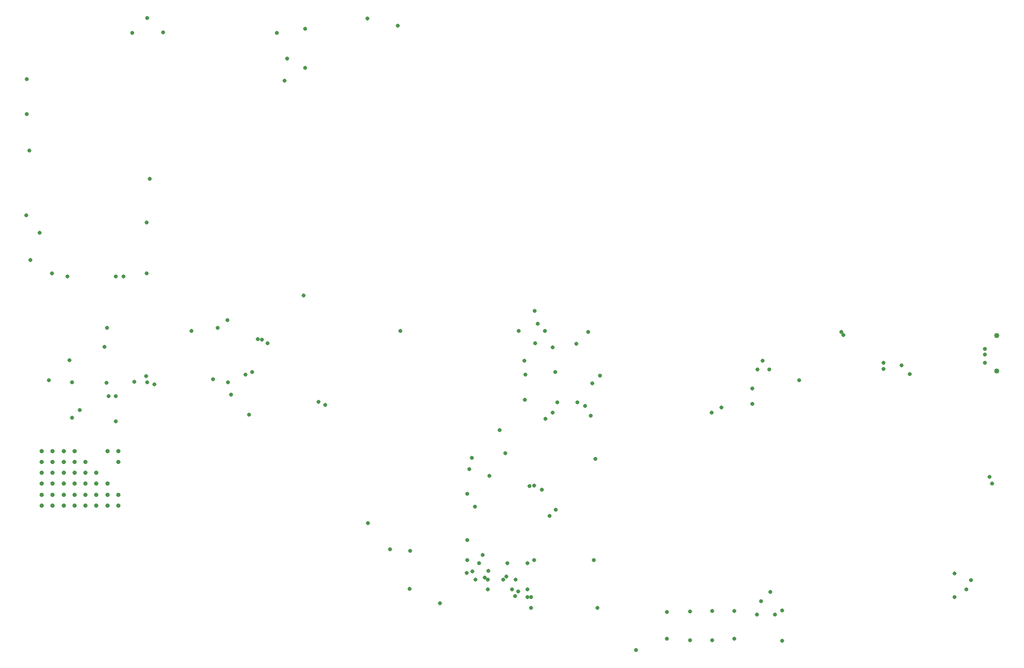
<source format=gbr>
G04 EAGLE Gerber RS-274X export*
G75*
%MOMM*%
%FSLAX34Y34*%
%LPD*%
%INSoldermask Bottom*%
%IPPOS*%
%AMOC8*
5,1,8,0,0,1.08239X$1,22.5*%
G01*
G04 Define Apertures*
%ADD10C,0.853200*%
%ADD11C,0.655600*%
%ADD12C,0.705600*%
D10*
X1635640Y407500D03*
X1635640Y465300D03*
D11*
X497215Y970885D03*
X497215Y906483D03*
X649565Y976425D03*
X463283Y885708D03*
X76175Y391955D03*
X109415Y425195D03*
X263843Y965345D03*
X1233343Y353175D03*
X1233343Y378105D03*
X1492338Y402343D03*
X1478488Y416193D03*
X1249963Y424503D03*
X1270738Y5540D03*
X1240960Y5540D03*
X1565743Y34625D03*
X1565743Y73405D03*
X945263Y355945D03*
X967423Y333785D03*
X859393Y360100D03*
X772830Y76868D03*
X763135Y74098D03*
X767290Y245145D03*
X799145Y77560D03*
X1166170Y338633D03*
X1449403Y421040D03*
X1615603Y421040D03*
X1615603Y434198D03*
X1615603Y443893D03*
X1449403Y410653D03*
X875320Y506218D03*
X409960Y405805D03*
X237528Y388493D03*
X398880Y400958D03*
X249300Y385030D03*
X1310210Y391955D03*
X1182790Y346943D03*
X419655Y459820D03*
X236143Y398880D03*
X38780Y663415D03*
X1167555Y-36010D03*
X1166863Y11773D03*
X828230Y68558D03*
X772138Y263843D03*
X844158Y63710D03*
X519375Y356638D03*
X39473Y830308D03*
X39473Y887785D03*
X1092765Y-33933D03*
X1092765Y10388D03*
X353868Y478518D03*
X171740Y478518D03*
X975040Y262458D03*
X369795Y490983D03*
X81023Y567850D03*
X1282510Y-37395D03*
X1282510Y12465D03*
X114263Y388493D03*
X60940Y635023D03*
X978503Y16620D03*
X869088Y16620D03*
X1130853Y-36010D03*
X1130853Y11080D03*
X823383Y63710D03*
X873935Y218830D03*
X426580Y459128D03*
X171048Y387800D03*
X43628Y770753D03*
X776985Y183513D03*
X530455Y351790D03*
X826845Y272153D03*
X887093Y211905D03*
X764520Y95565D03*
X777678Y63710D03*
X909945Y178665D03*
X899558Y168278D03*
X764520Y128805D03*
X869088Y34625D03*
X669648Y48475D03*
X862855Y34625D03*
X719508Y24238D03*
X670340Y110800D03*
X764520Y204980D03*
X866318Y217445D03*
X800530Y234758D03*
X1382923Y466745D03*
X1628068Y221600D03*
X1585133Y47783D03*
X186283Y563003D03*
X904405Y338633D03*
X982658Y399573D03*
X970193Y387108D03*
X1379460Y471593D03*
X1623220Y232680D03*
X1593443Y62325D03*
X198748Y563003D03*
X957728Y349713D03*
X849005Y472978D03*
X1041520Y-52630D03*
X370488Y388493D03*
X1241653Y409960D03*
X1261043Y409960D03*
X783910Y90718D03*
X789450Y103875D03*
X797760Y63710D03*
X863548Y90718D03*
X792913Y67173D03*
X830308Y90718D03*
X797760Y47783D03*
X873935Y95565D03*
X1247193Y27700D03*
X1262428Y42935D03*
X405113Y335170D03*
X842773Y36010D03*
X837925Y47783D03*
X600398Y156505D03*
X126728Y342788D03*
X114263Y330323D03*
X972270Y95565D03*
X495138Y531840D03*
X236835Y567850D03*
X848313Y44320D03*
X375335Y368410D03*
X863548Y47783D03*
X637100Y113570D03*
X1203565Y-33933D03*
X1203565Y11773D03*
X310240Y473670D03*
X216060Y389185D03*
X817843Y309548D03*
X653720Y473670D03*
X236835Y651643D03*
X599705Y988198D03*
X105953Y563003D03*
X45013Y590010D03*
X435583Y452895D03*
X858008Y424503D03*
X468130Y922410D03*
X166893Y446663D03*
X904405Y445970D03*
X876013Y452895D03*
X173818Y365640D03*
X860085Y400958D03*
X963268Y471593D03*
X943878Y452203D03*
X892633Y328245D03*
X912715Y355253D03*
X345558Y394033D03*
X909253Y405805D03*
X241683Y723663D03*
X450818Y964653D03*
X185590Y324090D03*
X185590Y365640D03*
X891940Y472978D03*
X880168Y484750D03*
X213290Y964653D03*
X237528Y988890D03*
D12*
X190000Y275500D03*
X172000Y275500D03*
X118000Y275500D03*
X100000Y275500D03*
X82000Y275500D03*
X64000Y275500D03*
X190000Y257500D03*
X136000Y257500D03*
X118000Y257500D03*
X100000Y257500D03*
X82000Y257500D03*
X64000Y257500D03*
X154000Y239500D03*
X136000Y239500D03*
X118000Y239500D03*
X100000Y239500D03*
X82000Y239500D03*
X64000Y239500D03*
X172000Y221500D03*
X154000Y221500D03*
X136000Y221500D03*
X118000Y221500D03*
X100000Y221500D03*
X82000Y221500D03*
X64000Y221500D03*
X190000Y203500D03*
X172000Y203500D03*
X154000Y203500D03*
X136000Y203500D03*
X118000Y203500D03*
X100000Y203500D03*
X82000Y203500D03*
X64000Y203500D03*
X64000Y185500D03*
X82000Y185500D03*
X100000Y185500D03*
X118000Y185500D03*
X136000Y185500D03*
X154000Y185500D03*
X172000Y185500D03*
X190000Y185500D03*
M02*

</source>
